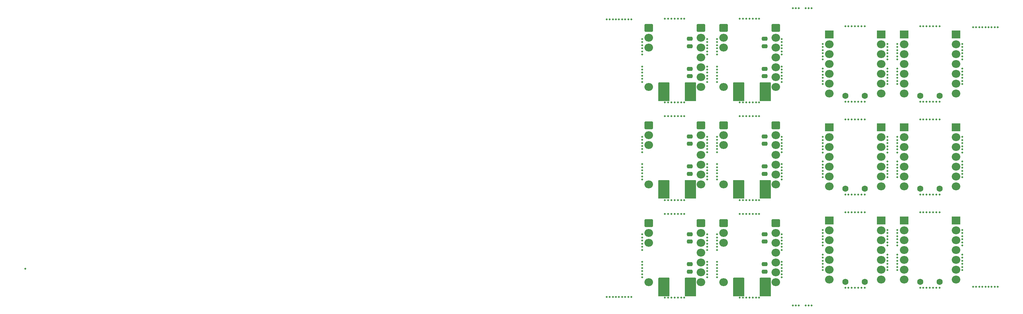
<source format=gbr>
%TF.GenerationSoftware,KiCad,Pcbnew,8.0.4*%
%TF.CreationDate,2024-09-16T10:23:00-03:00*%
%TF.ProjectId,drivers_panelized,64726976-6572-4735-9f70-616e656c697a,rev?*%
%TF.SameCoordinates,Original*%
%TF.FileFunction,Soldermask,Bot*%
%TF.FilePolarity,Negative*%
%FSLAX46Y46*%
G04 Gerber Fmt 4.6, Leading zero omitted, Abs format (unit mm)*
G04 Created by KiCad (PCBNEW 8.0.4) date 2024-09-16 10:23:00*
%MOMM*%
%LPD*%
G01*
G04 APERTURE LIST*
G04 Aperture macros list*
%AMRoundRect*
0 Rectangle with rounded corners*
0 $1 Rounding radius*
0 $2 $3 $4 $5 $6 $7 $8 $9 X,Y pos of 4 corners*
0 Add a 4 corners polygon primitive as box body*
4,1,4,$2,$3,$4,$5,$6,$7,$8,$9,$2,$3,0*
0 Add four circle primitives for the rounded corners*
1,1,$1+$1,$2,$3*
1,1,$1+$1,$4,$5*
1,1,$1+$1,$6,$7*
1,1,$1+$1,$8,$9*
0 Add four rect primitives between the rounded corners*
20,1,$1+$1,$2,$3,$4,$5,0*
20,1,$1+$1,$4,$5,$6,$7,0*
20,1,$1+$1,$6,$7,$8,$9,0*
20,1,$1+$1,$8,$9,$2,$3,0*%
G04 Aperture macros list end*
%ADD10C,0.500000*%
%ADD11C,1.600000*%
%ADD12RoundRect,0.250000X0.850000X0.750000X-0.850000X0.750000X-0.850000X-0.750000X0.850000X-0.750000X0*%
%ADD13O,2.200000X2.000000*%
%ADD14RoundRect,0.250000X0.475000X-0.250000X0.475000X0.250000X-0.475000X0.250000X-0.475000X-0.250000X0*%
%ADD15R,2.200000X2.000000*%
G04 APERTURE END LIST*
D10*
%TO.C,KiKit_MB_29_4*%
X156150000Y-108066667D03*
%TD*%
%TO.C,KiKit_MB_25_6*%
X101300000Y-113733333D03*
%TD*%
%TO.C,KiKit_MB_16_2*%
X118000000Y-96400000D03*
%TD*%
%TO.C,KiKit_MB_14_5*%
X101300000Y-96400000D03*
%TD*%
%TO.C,KiKit_MB_37_10*%
X97700000Y-58266667D03*
%TD*%
%TO.C,KiKit_MB_10_1*%
X183800000Y-70933333D03*
%TD*%
%TO.C,KiKit_MB_25_4*%
X147800000Y-114200000D03*
%TD*%
%TO.C,KiKit_MB_9_2*%
X183800000Y-65400001D03*
%TD*%
%TO.C,KiKit_MB_3_1*%
X164500000Y-64600001D03*
%TD*%
%TO.C,KiKit_MB_37_4*%
X92900000Y-58266667D03*
%TD*%
%TO.C,KiKit_MB_24_6*%
X127283333Y-104866667D03*
%TD*%
%TO.C,KiKit_MB_11_2*%
X173783333Y-60066667D03*
%TD*%
%TO.C,KiKit_MB_27_5*%
X164500000Y-115800000D03*
%TD*%
%TO.C,KiKit_MB_30_7*%
X153650000Y-127466667D03*
%TD*%
%TO.C,KiKit_MB_16_6*%
X118000000Y-99600000D03*
%TD*%
%TO.C,KiKit_MB_29_1*%
X153650000Y-108066667D03*
%TD*%
%TO.C,KiKit_MB_18_7*%
X107150000Y-104866667D03*
%TD*%
%TO.C,KiKit_MB_30_2*%
X111316666Y-130066667D03*
%TD*%
%TO.C,KiKit_MB_35_2*%
X127283333Y-108466667D03*
%TD*%
%TO.C,KiKit_MB_26_5*%
X147800000Y-119733333D03*
%TD*%
%TO.C,KiKit_MB_27_5*%
X118000000Y-116933333D03*
%TD*%
%TO.C,KiKit_MB_11_7*%
X177950000Y-60066667D03*
%TD*%
%TO.C,KiKit_MB_4_1*%
X118000000Y-70400000D03*
%TD*%
%TO.C,KiKit_MB_31_2*%
X120600000Y-116933333D03*
%TD*%
%TO.C,KiKit_MB_18_5*%
X155316667Y-103466667D03*
%TD*%
%TO.C,KiKit_MB_16_1*%
X164500000Y-94933333D03*
%TD*%
%TO.C,KiKit_MB_14_3*%
X101300000Y-98000000D03*
%TD*%
%TO.C,KiKit_MB_12_7*%
X126450000Y-79666667D03*
%TD*%
%TO.C,KiKit_MB_38_10*%
X97700000Y-129866667D03*
%TD*%
%TO.C,KiKit_MB_32_3*%
X167100000Y-121333333D03*
%TD*%
%TO.C,KiKit_MB_40_5*%
X189800000Y-127266667D03*
%TD*%
%TO.C,KiKit_MB_12_2*%
X130616666Y-79666667D03*
%TD*%
%TO.C,KiKit_MB_32_6*%
X167100000Y-118933333D03*
%TD*%
%TO.C,KiKit_MB_8_6*%
X167100000Y-70933333D03*
%TD*%
D11*
%TO.C,C3*%
X158700000Y-77966667D03*
X153700000Y-77966667D03*
%TD*%
D10*
%TO.C,KiKit_MB_15_6*%
X118000000Y-92533333D03*
%TD*%
%TO.C,KiKit_MB_7_4*%
X167100000Y-66200001D03*
%TD*%
D11*
%TO.C,C3*%
X178000000Y-101966667D03*
X173000000Y-101966667D03*
%TD*%
D10*
%TO.C,KiKit_MB_37_7*%
X95300000Y-58266667D03*
%TD*%
%TO.C,KiKit_MB_28_5*%
X118000000Y-124000000D03*
%TD*%
%TO.C,KiKit_MB_30_4*%
X109650000Y-130066667D03*
%TD*%
%TO.C,KiKit_MB_13_3*%
X101300000Y-90933333D03*
%TD*%
%TO.C,KiKit_MB_8_3*%
X167100000Y-73333333D03*
%TD*%
%TO.C,KiKit_MB_40_7*%
X191400000Y-127266667D03*
%TD*%
%TO.C,KiKit_MB_40_4*%
X189000000Y-127266667D03*
%TD*%
%TO.C,KiKit_MB_4_2*%
X164500000Y-71733333D03*
%TD*%
%TO.C,KiKit_MB_23_1*%
X172950000Y-84066667D03*
%TD*%
%TO.C,KiKit_MB_6_5*%
X108816667Y-79666667D03*
%TD*%
%TO.C,KiKit_MB_3_2*%
X164500000Y-65400001D03*
%TD*%
%TO.C,KiKit_MB_3_6*%
X164500000Y-68600001D03*
%TD*%
%TO.C,KiKit_MB_34_3*%
X183800000Y-120533333D03*
%TD*%
%TO.C,KiKit_MB_29_3*%
X155316667Y-108066667D03*
%TD*%
%TO.C,KiKit_MB_11_2*%
X127283333Y-58066667D03*
%TD*%
%TO.C,KiKit_MB_6_7*%
X153650000Y-79466667D03*
%TD*%
%TO.C,KiKit_MB_14_3*%
X147800000Y-97333333D03*
%TD*%
%TO.C,KiKit_MB_20_3*%
X120600000Y-98000000D03*
%TD*%
%TO.C,KiKit_MB_6_4*%
X156150000Y-79466667D03*
%TD*%
%TO.C,KiKit_MB_35_5*%
X129783333Y-108466667D03*
%TD*%
%TO.C,KiKit_MB_21_3*%
X137300000Y-90133333D03*
%TD*%
%TO.C,KiKit_MB_10_4*%
X137300000Y-72800000D03*
%TD*%
%TO.C,KiKit_MB_33_3*%
X183800000Y-114200000D03*
%TD*%
%TO.C,KiKit_MB_5_7*%
X158650000Y-60066667D03*
%TD*%
%TO.C,KiKit_MB_8_1*%
X167100000Y-74933333D03*
%TD*%
%TO.C,KiKit_MB_13_5*%
X147800000Y-89400000D03*
%TD*%
%TO.C,KiKit_MB_22_1*%
X183800000Y-94933333D03*
%TD*%
%TO.C,KiKit_MB_18_3*%
X110483333Y-104866667D03*
%TD*%
%TO.C,KiKit_MB_19_2*%
X120600000Y-91733333D03*
%TD*%
%TO.C,KiKit_MB_17_6*%
X111316666Y-83266667D03*
%TD*%
%TO.C,KiKit_MB_23_7*%
X131450000Y-83266667D03*
%TD*%
%TO.C,KiKit_MB_27_2*%
X164500000Y-113400000D03*
%TD*%
%TO.C,KiKit_MB_9_5*%
X183800000Y-67800001D03*
%TD*%
%TO.C,KiKit_MB_39_7*%
X191400000Y-60266667D03*
%TD*%
%TO.C,KiKit_MB_5_4*%
X156150000Y-60066667D03*
%TD*%
%TO.C,KiKit_MB_26_6*%
X147800000Y-118933333D03*
%TD*%
%TO.C,KiKit_MB_20_6*%
X167100000Y-94933333D03*
%TD*%
%TO.C,KiKit_MB_28_6*%
X118000000Y-124800000D03*
%TD*%
%TO.C,KiKit_MB_7_3*%
X120600000Y-65733334D03*
%TD*%
%TO.C,KiKit_MB_6_3*%
X156983333Y-79466667D03*
%TD*%
%TO.C,KiKit_MB_26_3*%
X147800000Y-121333333D03*
%TD*%
%TO.C,KiKit_MB_3_4*%
X164500000Y-67000001D03*
%TD*%
%TO.C,KiKit_MB_16_4*%
X118000000Y-98000000D03*
%TD*%
%TO.C,KiKit_MB_26_3*%
X101300000Y-123200000D03*
%TD*%
%TO.C,KiKit_MB_27_6*%
X118000000Y-117733333D03*
%TD*%
%TO.C,KiKit_MB_12_1*%
X131450000Y-79666667D03*
%TD*%
%TO.C,KiKit_MB_23_3*%
X174616666Y-84066667D03*
%TD*%
%TO.C,KiKit_MB_22_2*%
X183800000Y-95733333D03*
%TD*%
%TO.C,KiKit_MB_36_2*%
X177116666Y-127466667D03*
%TD*%
%TO.C,KiKit_MB_25_3*%
X101300000Y-116133333D03*
%TD*%
%TO.C,KiKit_MB_31_5*%
X120600000Y-114533333D03*
%TD*%
%TO.C,KiKit_MB_19_6*%
X167100000Y-88600000D03*
%TD*%
%TO.C,KiKit_MB_8_3*%
X120600000Y-72800000D03*
%TD*%
%TO.C,KiKit_MB_38_5*%
X93700000Y-129866667D03*
%TD*%
%TO.C,KiKit_MB_5_3*%
X155316667Y-60066667D03*
%TD*%
%TO.C,KiKit_MB_13_2*%
X147800000Y-91800000D03*
%TD*%
%TO.C,KiKit_MB_24_2*%
X130616666Y-104866667D03*
%TD*%
%TO.C,KiKit_MB_1_3*%
X101300000Y-65733334D03*
%TD*%
%TO.C,KiKit_MB_10_4*%
X183800000Y-73333333D03*
%TD*%
%TO.C,KiKit_MB_32_5*%
X167100000Y-119733333D03*
%TD*%
%TO.C,KiKit_MB_19_1*%
X167100000Y-92600000D03*
%TD*%
%TO.C,KiKit_MB_36_3*%
X176283333Y-127466667D03*
%TD*%
%TO.C,KiKit_MB_39_2*%
X187400000Y-60266667D03*
%TD*%
%TO.C,KiKit_MB_38_3*%
X92100000Y-129866667D03*
%TD*%
%TO.C,KiKit_MB_30_3*%
X110483333Y-130066667D03*
%TD*%
%TO.C,KiKit_MB_16_5*%
X118000000Y-98800000D03*
%TD*%
%TO.C,KiKit_MB_11_7*%
X131450000Y-58066667D03*
%TD*%
%TO.C,KiKit_MB_28_1*%
X164500000Y-118933333D03*
%TD*%
%TO.C,KiKit_MB_8_5*%
X120600000Y-71200000D03*
%TD*%
%TO.C,KiKit_MB_33_4*%
X137300000Y-116133333D03*
%TD*%
%TO.C,KiKit_MB_32_4*%
X120600000Y-122400000D03*
%TD*%
%TO.C,KiKit_MB_29_7*%
X112150000Y-108466667D03*
%TD*%
%TO.C,KiKit_MB_34_1*%
X137300000Y-120800000D03*
%TD*%
%TO.C,KiKit_MB_40_6*%
X190600000Y-127266667D03*
%TD*%
%TO.C,KiKit_MB_22_4*%
X137300000Y-98000000D03*
%TD*%
%TO.C,KiKit_MB_40_3*%
X188200000Y-127266667D03*
%TD*%
%TO.C,KiKit_MB_27_4*%
X164500000Y-115000000D03*
%TD*%
%TO.C,KiKit_MB_27_3*%
X118000000Y-115333333D03*
%TD*%
%TO.C,KiKit_MB_2_6*%
X101300000Y-70400000D03*
%TD*%
%TO.C,KiKit_MB_40_1*%
X186600000Y-127266667D03*
%TD*%
%TO.C,KiKit_MB_28_2*%
X164500000Y-119733333D03*
%TD*%
%TO.C,KiKit_MB_23_3*%
X128116666Y-83266667D03*
%TD*%
%TO.C,KiKit_MB_14_2*%
X147800000Y-98133333D03*
%TD*%
%TO.C,KiKit_MB_32_3*%
X120600000Y-123200000D03*
%TD*%
%TO.C,KiKit_MB_2_3*%
X101300000Y-72800000D03*
%TD*%
%TO.C,KiKit_MB_5_2*%
X154483334Y-60066667D03*
%TD*%
%TO.C,KiKit_MB_18_7*%
X153650000Y-103466667D03*
%TD*%
%TO.C,KiKit_MB_6_6*%
X154483334Y-79466667D03*
%TD*%
%TO.C,KiKit_MB_39_9*%
X193000000Y-60266667D03*
%TD*%
%TO.C,KiKit_MB_4_1*%
X164500000Y-70933333D03*
%TD*%
%TO.C,KiKit_MB_36_3*%
X129783333Y-130066667D03*
%TD*%
%TO.C,KiKit_MB_13_1*%
X147800000Y-92600000D03*
%TD*%
%TO.C,KiKit_MB_26_4*%
X147800000Y-120533333D03*
%TD*%
%TO.C,KiKit_MB_40_3*%
X141700000Y-55400000D03*
%TD*%
%TO.C,KiKit_MB_24_1*%
X177950000Y-103466667D03*
%TD*%
%TO.C,KiKit_MB_28_4*%
X164500000Y-121333333D03*
%TD*%
%TO.C,KiKit_MB_10_1*%
X137300000Y-70400000D03*
%TD*%
%TO.C,KiKit_MB_19_5*%
X167100000Y-89400000D03*
%TD*%
%TO.C,KiKit_MB_32_1*%
X120600000Y-124800000D03*
%TD*%
%TO.C,KiKit_MB_11_4*%
X128950000Y-58066667D03*
%TD*%
%TO.C,KiKit_MB_25_5*%
X101300000Y-114533333D03*
%TD*%
%TO.C,KiKit_MB_9_6*%
X183800000Y-68600001D03*
%TD*%
%TO.C,KiKit_MB_40_9*%
X143400000Y-132100000D03*
%TD*%
%TO.C,KiKit_MB_31_4*%
X120600000Y-115333333D03*
%TD*%
%TO.C,KiKit_MB_22_2*%
X137300000Y-96400000D03*
%TD*%
%TO.C,KiKit_MB_26_6*%
X101300000Y-120800000D03*
%TD*%
%TO.C,KiKit_MB_4_6*%
X118000000Y-74400000D03*
%TD*%
%TO.C,KiKit_MB_27_2*%
X118000000Y-114533333D03*
%TD*%
%TO.C,KiKit_MB_10_2*%
X183800000Y-71733333D03*
%TD*%
%TO.C,KiKit_MB_11_6*%
X130616666Y-58066667D03*
%TD*%
%TO.C,KiKit_MB_31_2*%
X167100000Y-115800000D03*
%TD*%
%TO.C,KiKit_MB_12_3*%
X129783333Y-79666667D03*
%TD*%
%TO.C,KiKit_MB_33_1*%
X183800000Y-112600000D03*
%TD*%
%TO.C,KiKit_MB_18_3*%
X156983333Y-103466667D03*
%TD*%
%TO.C,KiKit_MB_33_1*%
X137300000Y-113733333D03*
%TD*%
%TO.C,KiKit_MB_29_3*%
X108816667Y-108466667D03*
%TD*%
%TO.C,KiKit_MB_33_6*%
X137300000Y-117733333D03*
%TD*%
%TO.C,KiKit_MB_8_4*%
X120600000Y-72000000D03*
%TD*%
%TO.C,KiKit_MB_20_5*%
X120600000Y-96400000D03*
%TD*%
%TO.C,KiKit_MB_2_1*%
X101300000Y-74400000D03*
%TD*%
%TO.C,KiKit_MB_38_8*%
X96100000Y-129866667D03*
%TD*%
%TO.C,KiKit_MB_3_3*%
X118000000Y-64933334D03*
%TD*%
%TO.C,KiKit_MB_13_2*%
X101300000Y-91733333D03*
%TD*%
%TO.C,KiKit_MB_20_1*%
X120600000Y-99600000D03*
%TD*%
%TO.C,KiKit_MB_26_1*%
X101300000Y-124800000D03*
%TD*%
%TO.C,KiKit_MB_37_5*%
X93700000Y-58266667D03*
%TD*%
D11*
%TO.C,C3*%
X178000000Y-77966667D03*
X173000000Y-77966667D03*
%TD*%
%TO.C,C3*%
X158700000Y-125966667D03*
X153700000Y-125966667D03*
%TD*%
D10*
%TO.C,KiKit_MB_2_2*%
X101300000Y-73600000D03*
%TD*%
%TO.C,KiKit_MB_33_5*%
X183800000Y-115800000D03*
%TD*%
%TO.C,KiKit_MB_13_1*%
X101300000Y-92533333D03*
%TD*%
%TO.C,KiKit_MB_39_5*%
X189800000Y-60266667D03*
%TD*%
%TO.C,KiKit_MB_36_1*%
X131450000Y-130066667D03*
%TD*%
%TO.C,KiKit_MB_12_2*%
X177116666Y-79466667D03*
%TD*%
%TO.C,KiKit_MB_9_3*%
X183800000Y-66200001D03*
%TD*%
%TO.C,KiKit_MB_31_4*%
X167100000Y-114200000D03*
%TD*%
%TO.C,KiKit_MB_25_1*%
X101300000Y-117733333D03*
%TD*%
%TO.C,KiKit_MB_2_3*%
X147800000Y-73333333D03*
%TD*%
%TO.C,KiKit_MB_1_5*%
X101300000Y-64133334D03*
%TD*%
%TO.C,KiKit_MB_4_5*%
X118000000Y-73600000D03*
%TD*%
%TO.C,KiKit_MB_16_2*%
X164500000Y-95733333D03*
%TD*%
%TO.C,KiKit_MB_19_6*%
X120600000Y-88533333D03*
%TD*%
%TO.C,KiKit_MB_22_5*%
X137300000Y-98800000D03*
%TD*%
%TO.C,KiKit_MB_5_2*%
X107983334Y-58066667D03*
%TD*%
%TO.C,KiKit_MB_40_11*%
X145000000Y-132100000D03*
%TD*%
%TO.C,KiKit_MB_33_5*%
X137300000Y-116933333D03*
%TD*%
%TO.C,KiKit_MB_33_3*%
X137300000Y-115333333D03*
%TD*%
%TO.C,KiKit_MB_21_1*%
X183800000Y-88600000D03*
%TD*%
%TO.C,KiKit_MB_29_2*%
X107983334Y-108466667D03*
%TD*%
%TO.C,KiKit_MB_6_2*%
X157816666Y-79466667D03*
%TD*%
%TO.C,KiKit_MB_34_6*%
X183800000Y-122933333D03*
%TD*%
%TO.C,KiKit_MB_32_6*%
X120600000Y-120800000D03*
%TD*%
%TO.C,KiKit_MB_40_2*%
X187400000Y-127266667D03*
%TD*%
%TO.C,KiKit_MB_20_1*%
X167100000Y-98933333D03*
%TD*%
%TO.C,KiKit_MB_23_4*%
X175450000Y-84066667D03*
%TD*%
%TO.C,KiKit_MB_12_1*%
X177950000Y-79466667D03*
%TD*%
%TO.C,KiKit_MB_13_6*%
X101300000Y-88533333D03*
%TD*%
%TO.C,KiKit_MB_8_2*%
X167100000Y-74133333D03*
%TD*%
%TO.C,KiKit_MB_35_3*%
X174616666Y-108066667D03*
%TD*%
%TO.C,KiKit_MB_13_6*%
X147800000Y-88600000D03*
%TD*%
%TO.C,KiKit_MB_18_1*%
X112150000Y-104866667D03*
%TD*%
%TO.C,KiKit_MB_21_1*%
X137300000Y-88533333D03*
%TD*%
%TO.C,KiKit_MB_14_1*%
X101300000Y-99600000D03*
%TD*%
%TO.C,KiKit_MB_30_3*%
X156983333Y-127466667D03*
%TD*%
%TO.C,KiKit_MB_40_1*%
X140100000Y-55400000D03*
%TD*%
%TO.C,KiKit_MB_21_2*%
X183800000Y-89400000D03*
%TD*%
%TO.C,KiKit_MB_33_2*%
X183800000Y-113400000D03*
%TD*%
%TO.C,KiKit_MB_40_9*%
X143400000Y-55400000D03*
%TD*%
%TO.C,KiKit_MB_22_3*%
X183800000Y-96533333D03*
%TD*%
%TO.C,KiKit_MB_24_5*%
X174616666Y-103466667D03*
%TD*%
%TO.C,KiKit_MB_28_1*%
X118000000Y-120800000D03*
%TD*%
%TO.C,KiKit_MB_4_3*%
X118000000Y-72000000D03*
%TD*%
%TO.C,KiKit_MB_9_5*%
X137300000Y-66533334D03*
%TD*%
%TO.C,KiKit_MB_17_7*%
X112150000Y-83266667D03*
%TD*%
%TO.C,KiKit_MB_17_1*%
X107150000Y-83266667D03*
%TD*%
%TO.C,KiKit_MB_8_4*%
X167100000Y-72533333D03*
%TD*%
%TO.C,KiKit_MB_23_5*%
X176283333Y-84066667D03*
%TD*%
%TO.C,KiKit_MB_30_4*%
X156150000Y-127466667D03*
%TD*%
%TO.C,KiKit_MB_35_6*%
X130616666Y-108466667D03*
%TD*%
%TO.C,KiKit_MB_35_4*%
X175450000Y-108066667D03*
%TD*%
%TO.C,KiKit_MB_15_2*%
X118000000Y-89333333D03*
%TD*%
%TO.C,KiKit_MB_31_3*%
X120600000Y-116133333D03*
%TD*%
%TO.C,KiKit_MB_31_6*%
X167100000Y-112600000D03*
%TD*%
%TO.C,KiKit_MB_1_6*%
X147800000Y-64600001D03*
%TD*%
%TO.C,KiKit_MB_18_1*%
X158650000Y-103466667D03*
%TD*%
%TO.C,KiKit_MB_30_2*%
X157816666Y-127466667D03*
%TD*%
%TO.C,KiKit_MB_20_3*%
X167100000Y-97333333D03*
%TD*%
%TO.C,KiKit_MB_19_5*%
X120600000Y-89333333D03*
%TD*%
%TO.C,KiKit_MB_29_1*%
X107150000Y-108466667D03*
%TD*%
%TO.C,KiKit_MB_16_6*%
X164500000Y-98933333D03*
%TD*%
%TO.C,KiKit_MB_15_5*%
X164500000Y-91800000D03*
%TD*%
%TO.C,KiKit_MB_9_3*%
X137300000Y-64933334D03*
%TD*%
%TO.C,KiKit_MB_18_6*%
X107983334Y-104866667D03*
%TD*%
%TO.C,KiKit_MB_4_5*%
X164500000Y-74133333D03*
%TD*%
%TO.C,KiKit_MB_7_4*%
X120600000Y-64933334D03*
%TD*%
%TO.C,KiKit_MB_15_3*%
X164500000Y-90200000D03*
%TD*%
%TO.C,KiKit_MB_14_4*%
X101300000Y-97200000D03*
%TD*%
%TO.C,KiKit_MB_5_5*%
X110483333Y-58066667D03*
%TD*%
%TO.C,KiKit_MB_28_4*%
X118000000Y-123200000D03*
%TD*%
%TO.C,KiKit_MB_34_4*%
X137300000Y-123200000D03*
%TD*%
%TO.C,KiKit_MB_28_6*%
X164500000Y-122933333D03*
%TD*%
%TO.C,KiKit_MB_26_1*%
X147800000Y-122933333D03*
%TD*%
%TO.C,KiKit_MB_29_4*%
X109650000Y-108466667D03*
%TD*%
%TO.C,KiKit_MB_33_2*%
X137300000Y-114533333D03*
%TD*%
%TO.C,KiKit_MB_23_5*%
X129783333Y-83266667D03*
%TD*%
%TO.C,KiKit_MB_23_4*%
X128950000Y-83266667D03*
%TD*%
%TO.C,KiKit_MB_24_5*%
X128116666Y-104866667D03*
%TD*%
%TO.C,KiKit_MB_23_2*%
X173783333Y-84066667D03*
%TD*%
%TO.C,KiKit_MB_34_3*%
X137300000Y-122400000D03*
%TD*%
%TO.C,KiKit_MB_30_1*%
X158650000Y-127466667D03*
%TD*%
%TO.C,KiKit_MB_5_6*%
X157816666Y-60066667D03*
%TD*%
%TO.C,KiKit_MB_39_6*%
X190600000Y-60266667D03*
%TD*%
%TO.C,KiKit_MB_4_2*%
X118000000Y-71200000D03*
%TD*%
%TO.C,KiKit_MB_30_1*%
X112150000Y-130066667D03*
%TD*%
%TO.C,KiKit_MB_9_2*%
X137300000Y-64133334D03*
%TD*%
%TO.C,KiKit_MB_3_3*%
X164500000Y-66200001D03*
%TD*%
%TO.C,KiKit_MB_32_2*%
X167100000Y-122133333D03*
%TD*%
%TO.C,KiKit_MB_9_1*%
X137300000Y-63333334D03*
%TD*%
%TO.C,KiKit_MB_40_2*%
X140900000Y-55400000D03*
%TD*%
%TO.C,KiKit_MB_30_6*%
X154483334Y-127466667D03*
%TD*%
%TO.C,KiKit_MB_21_3*%
X183800000Y-90200000D03*
%TD*%
%TO.C,KiKit_MB_24_3*%
X129783333Y-104866667D03*
%TD*%
%TO.C,KiKit_MB_40_11*%
X145000000Y-55400000D03*
%TD*%
%TO.C,KiKit_MB_33_6*%
X183800000Y-116600000D03*
%TD*%
%TO.C,KiKit_MB_23_1*%
X126450000Y-83266667D03*
%TD*%
%TO.C,KiKit_MB_6_7*%
X107150000Y-79666667D03*
%TD*%
%TO.C,KiKit_MB_28_3*%
X164500000Y-120533333D03*
%TD*%
%TO.C,KiKit_MB_2_2*%
X147800000Y-74133333D03*
%TD*%
%TO.C,KiKit_MB_29_7*%
X158650000Y-108066667D03*
%TD*%
%TO.C,KiKit_MB_25_4*%
X101300000Y-115333333D03*
%TD*%
%TO.C,KiKit_MB_19_4*%
X167100000Y-90200000D03*
%TD*%
%TO.C,KiKit_MB_8_5*%
X167100000Y-71733333D03*
%TD*%
%TO.C,KiKit_MB_11_3*%
X128116666Y-58066667D03*
%TD*%
%TO.C,KiKit_MB_29_6*%
X111316666Y-108466667D03*
%TD*%
%TO.C,KiKit_MB_30_5*%
X108816667Y-130066667D03*
%TD*%
%TO.C,KiKit_MB_21_2*%
X137300000Y-89333333D03*
%TD*%
%TO.C,KiKit_MB_22_1*%
X137300000Y-95600000D03*
%TD*%
%TO.C,KiKit_MB_14_4*%
X147800000Y-96533333D03*
%TD*%
%TO.C,KiKit_MB_31_1*%
X120600000Y-117733333D03*
%TD*%
%TO.C,KiKit_MB_5_4*%
X109650000Y-58066667D03*
%TD*%
%TO.C,KiKit_MB_9_6*%
X137300000Y-67333334D03*
%TD*%
%TO.C,KiKit_MB_12_6*%
X127283333Y-79666667D03*
%TD*%
%TO.C,KiKit_MB_22_6*%
X183800000Y-98933333D03*
%TD*%
%TO.C,KiKit_MB_17_4*%
X156150000Y-84066667D03*
%TD*%
%TO.C,KiKit_MB_13_5*%
X101300000Y-89333333D03*
%TD*%
%TO.C,KiKit_MB_39_3*%
X188200000Y-60266667D03*
%TD*%
%TO.C,KiKit_MB_37_6*%
X94500000Y-58266667D03*
%TD*%
%TO.C,KiKit_MB_1_3*%
X147800000Y-67000001D03*
%TD*%
%TO.C,KiKit_MB_3_4*%
X118000000Y-65733334D03*
%TD*%
%TO.C,KiKit_MB_39_8*%
X192200000Y-60266667D03*
%TD*%
%TO.C,KiKit_MB_7_2*%
X167100000Y-67800001D03*
%TD*%
%TO.C,KiKit_MB_29_5*%
X110483333Y-108466667D03*
%TD*%
%TO.C,KiKit_MB_10_6*%
X183800000Y-74933333D03*
%TD*%
%TO.C,KiKit_MB_30_7*%
X107150000Y-130066667D03*
%TD*%
%TO.C,KiKit_MB_11_5*%
X129783333Y-58066667D03*
%TD*%
%TO.C,KiKit_MB_19_3*%
X167100000Y-91000000D03*
%TD*%
%TO.C,KiKit_MB_26_4*%
X101300000Y-122400000D03*
%TD*%
%TO.C,KiKit_MB_8_1*%
X120600000Y-74400000D03*
%TD*%
%TO.C,KiKit_MB_21_6*%
X183800000Y-92600000D03*
%TD*%
%TO.C,KiKit_MB_39_1*%
X186600000Y-60266667D03*
%TD*%
%TO.C,KiKit_MB_25_6*%
X147800000Y-112600000D03*
%TD*%
%TO.C,KiKit_MB_1_5*%
X147800000Y-65400001D03*
%TD*%
%TO.C,KiKit_MB_30_5*%
X155316667Y-127466667D03*
%TD*%
%TO.C,KiKit_MB_16_4*%
X164500000Y-97333333D03*
%TD*%
%TO.C,KiKit_MB_15_6*%
X164500000Y-92600000D03*
%TD*%
%TO.C,KiKit_MB_17_2*%
X107983334Y-83266667D03*
%TD*%
%TO.C,KiKit_MB_16_5*%
X164500000Y-98133333D03*
%TD*%
%TO.C,KiKit_MB_5_1*%
X107150000Y-58066667D03*
%TD*%
%TO.C,KiKit_MB_17_3*%
X108816667Y-83266667D03*
%TD*%
%TO.C,KiKit_MB_40_9*%
X193000000Y-127266667D03*
%TD*%
%TO.C,KiKit_MB_36_2*%
X130616666Y-130066667D03*
%TD*%
%TO.C,KiKit_MB_22_5*%
X183800000Y-98133333D03*
%TD*%
%TO.C,KiKit_MB_17_3*%
X155316667Y-84066667D03*
%TD*%
%TO.C,KiKit_MB_2_5*%
X101300000Y-71200000D03*
%TD*%
%TO.C,KiKit_MB_11_3*%
X174616666Y-60066667D03*
%TD*%
%TO.C,KiKit_MB_10_5*%
X137300000Y-73600000D03*
%TD*%
%TO.C,KiKit_MB_27_3*%
X164500000Y-114200000D03*
%TD*%
%TO.C,KiKit_MB_7_1*%
X167100000Y-68600001D03*
%TD*%
%TO.C,KiKit_MB_37_8*%
X96100000Y-58266667D03*
%TD*%
%TO.C,KiKit_MB_18_2*%
X111316666Y-104866667D03*
%TD*%
%TO.C,KiKit_MB_31_5*%
X167100000Y-113400000D03*
%TD*%
%TO.C,KiKit_MB_31_3*%
X167100000Y-115000000D03*
%TD*%
%TO.C,KiKit_MB_29_2*%
X154483334Y-108066667D03*
%TD*%
%TO.C,KiKit_MB_20_4*%
X120600000Y-97200000D03*
%TD*%
%TO.C,KiKit_MB_35_6*%
X177116666Y-108066667D03*
%TD*%
%TO.C,KiKit_MB_31_6*%
X120600000Y-113733333D03*
%TD*%
%TO.C,KiKit_MB_36_6*%
X173783333Y-127466667D03*
%TD*%
%TO.C,KiKit_MB_18_4*%
X156150000Y-103466667D03*
%TD*%
%TO.C,KiKit_MB_21_5*%
X183800000Y-91800000D03*
%TD*%
%TO.C,KiKit_MB_18_4*%
X109650000Y-104866667D03*
%TD*%
%TO.C,KiKit_MB_11_4*%
X175450000Y-60066667D03*
%TD*%
%TO.C,KiKit_MB_15_2*%
X164500000Y-89400000D03*
%TD*%
%TO.C,KiKit_MB_35_5*%
X176283333Y-108066667D03*
%TD*%
%TO.C,KiKit_MB_1_1*%
X101300000Y-67333334D03*
%TD*%
%TO.C,KiKit_MB_20_5*%
X167100000Y-95733333D03*
%TD*%
%TO.C,KiKit_MB_38_11*%
X98500000Y-129866667D03*
%TD*%
%TO.C,KiKit_MB_22_6*%
X137300000Y-99600000D03*
%TD*%
%TO.C,KiKit_MB_20_2*%
X167100000Y-98133333D03*
%TD*%
%TO.C,KiKit_MB_15_5*%
X118000000Y-91733333D03*
%TD*%
%TO.C,KiKit_MB_9_4*%
X137300000Y-65733334D03*
%TD*%
%TO.C,KiKit_MB_5_7*%
X112150000Y-58066667D03*
%TD*%
%TO.C,KiKit_MB_36_4*%
X128950000Y-130066667D03*
%TD*%
%TO.C,KiKit_MB_24_4*%
X128950000Y-104866667D03*
%TD*%
%TO.C,KiKit_MB_3_6*%
X118000000Y-67333334D03*
%TD*%
%TO.C,KiKit_MB_34_5*%
X183800000Y-122133333D03*
%TD*%
%TO.C,KiKit_MB_28_3*%
X118000000Y-122400000D03*
%TD*%
%TO.C,KiKit_MB_15_4*%
X164500000Y-91000000D03*
%TD*%
%TO.C,KiKit_MB_13_4*%
X101300000Y-90133333D03*
%TD*%
%TO.C,KiKit_MB_15_4*%
X118000000Y-90933333D03*
%TD*%
D11*
%TO.C,C3*%
X178000000Y-125966667D03*
X173000000Y-125966667D03*
%TD*%
D10*
%TO.C,KiKit_MB_22_3*%
X137300000Y-97200000D03*
%TD*%
%TO.C,KiKit_MB_24_2*%
X177116666Y-103466667D03*
%TD*%
%TO.C,KiKit_MB_35_3*%
X128116666Y-108466667D03*
%TD*%
%TO.C,KiKit_MB_18_5*%
X108816667Y-104866667D03*
%TD*%
%TO.C,KiKit_MB_30_6*%
X107983334Y-130066667D03*
%TD*%
%TO.C,KiKit_MB_12_4*%
X175450000Y-79466667D03*
%TD*%
%TO.C,KiKit_MB_6_1*%
X158650000Y-79466667D03*
%TD*%
%TO.C,KiKit_MB_11_1*%
X126450000Y-58066667D03*
%TD*%
%TO.C,KiKit_MB_29_6*%
X157816666Y-108066667D03*
%TD*%
%TO.C,KiKit_MB_13_4*%
X147800000Y-90200000D03*
%TD*%
%TO.C,KiKit_MB_17_6*%
X157816666Y-84066667D03*
%TD*%
%TO.C,KiKit_MB_4_3*%
X164500000Y-72533333D03*
%TD*%
%TO.C,KiKit_MB_26_2*%
X147800000Y-122133333D03*
%TD*%
%TO.C,KiKit_MB_2_1*%
X147800000Y-74933333D03*
%TD*%
%TO.C,KiKit_MB_32_5*%
X120600000Y-121600000D03*
%TD*%
%TO.C,KiKit_MB_15_1*%
X118000000Y-88533333D03*
%TD*%
%TO.C,KiKit_MB_36_5*%
X128116666Y-130066667D03*
%TD*%
%TO.C,KiKit_MB_40_10*%
X144200000Y-55400000D03*
%TD*%
%TO.C,KiKit_MB_21_4*%
X183800000Y-91000000D03*
%TD*%
%TO.C,KiKit_MB_14_5*%
X147800000Y-95733333D03*
%TD*%
%TO.C,KiKit_MB_27_4*%
X118000000Y-116133333D03*
%TD*%
%TO.C,KiKit_MB_23_7*%
X177950000Y-84066667D03*
%TD*%
%TO.C,KiKit_MB_39_4*%
X189000000Y-60266667D03*
%TD*%
%TO.C,KiKit_MB_11_5*%
X176283333Y-60066667D03*
%TD*%
%TO.C,KiKit_MB_6_2*%
X111316666Y-79666667D03*
%TD*%
%TO.C,KiKit_MB_8_6*%
X120600000Y-70400000D03*
%TD*%
%TO.C,KiKit_MB_38_7*%
X95300000Y-129866667D03*
%TD*%
%TO.C,KiKit_MB_2_4*%
X101300000Y-72000000D03*
%TD*%
%TO.C,KiKit_MB_12_5*%
X128116666Y-79666667D03*
%TD*%
%TO.C,KiKit_MB_12_5*%
X174616666Y-79466667D03*
%TD*%
%TO.C,KiKit_MB_26_2*%
X101300000Y-124000000D03*
%TD*%
%TO.C,KiKit_MB_25_2*%
X147800000Y-115800000D03*
%TD*%
%TO.C,KiKit_MB_14_1*%
X147800000Y-98933333D03*
%TD*%
%TO.C,KiKit_MB_36_1*%
X177950000Y-127466667D03*
%TD*%
%TO.C,KiKit_MB_37_11*%
X98500000Y-58266667D03*
%TD*%
%TO.C,KiKit_MB_27_1*%
X118000000Y-113733333D03*
%TD*%
%TO.C,KiKit_MB_36_6*%
X127283333Y-130066667D03*
%TD*%
%TO.C,KiKit_MB_6_5*%
X155316667Y-79466667D03*
%TD*%
%TO.C,KiKit_MB_22_4*%
X183800000Y-97333333D03*
%TD*%
%TO.C,KiKit_MB_16_3*%
X164500000Y-96533333D03*
%TD*%
%TO.C,KiKit_MB_24_7*%
X126450000Y-104866667D03*
%TD*%
%TO.C,KiKit_MB_38_9*%
X96900000Y-129866667D03*
%TD*%
%TO.C,KiKit_MB_1_2*%
X101300000Y-66533334D03*
%TD*%
%TO.C,KiKit_MB_20_2*%
X120600000Y-98800000D03*
%TD*%
%TO.C,KiKit_MB_27_6*%
X164500000Y-116600000D03*
%TD*%
%TO.C,KiKit_MB_24_3*%
X176283333Y-103466667D03*
%TD*%
%TO.C,KiKit_MB_6_6*%
X107983334Y-79666667D03*
%TD*%
%TO.C,KiKit_MB_4_6*%
X164500000Y-74933333D03*
%TD*%
%TO.C,KiKit_MB_29_5*%
X156983333Y-108066667D03*
%TD*%
%TO.C,KiKit_MB_11_1*%
X172950000Y-60066667D03*
%TD*%
%TO.C,KiKit_MB_40_8*%
X192200000Y-127266667D03*
%TD*%
%TO.C,KiKit_MB_10_5*%
X183800000Y-74133333D03*
%TD*%
%TO.C,KiKit_MB_15_1*%
X164500000Y-88600000D03*
%TD*%
%TO.C,KiKit_MB_7_2*%
X120600000Y-66533334D03*
%TD*%
%TO.C,KiKit_MB_26_5*%
X101300000Y-121600000D03*
%TD*%
%TO.C,KiKit_MB_5_1*%
X153650000Y-60066667D03*
%TD*%
%TO.C,KiKit_MB_24_1*%
X131450000Y-104866667D03*
%TD*%
%TO.C,KiKit_MB_20_6*%
X120600000Y-95600000D03*
%TD*%
%TO.C,KiKit_MB_25_2*%
X101300000Y-116933333D03*
%TD*%
%TO.C,KiKit_MB_34_1*%
X183800000Y-118933333D03*
%TD*%
%TO.C,KiKit_MB_7_6*%
X120600000Y-63333334D03*
%TD*%
%TO.C,KiKit_MB_7_5*%
X120600000Y-64133334D03*
%TD*%
%TO.C,KiKit_MB_34_5*%
X137300000Y-124000000D03*
%TD*%
%TO.C,KiKit_MB_34_4*%
X183800000Y-121333333D03*
%TD*%
%TO.C,KiKit_MB_21_6*%
X137300000Y-92533333D03*
%TD*%
%TO.C,KiKit_MB_28_5*%
X164500000Y-122133333D03*
%TD*%
D11*
%TO.C,C3*%
X158700000Y-101966667D03*
X153700000Y-101966667D03*
%TD*%
D10*
%TO.C,KiKit_MB_7_1*%
X120600000Y-67333334D03*
%TD*%
%TO.C,KiKit_MB_18_6*%
X154483334Y-103466667D03*
%TD*%
%TO.C,KiKit_MB_40_6*%
X-57800000Y-122566667D03*
%TD*%
%TO.C,KiKit_MB_25_1*%
X147800000Y-116600000D03*
%TD*%
%TO.C,KiKit_MB_10_2*%
X137300000Y-71200000D03*
%TD*%
%TO.C,KiKit_MB_35_7*%
X131450000Y-108466667D03*
%TD*%
%TO.C,KiKit_MB_1_2*%
X147800000Y-67800001D03*
%TD*%
%TO.C,KiKit_MB_10_6*%
X137300000Y-74400000D03*
%TD*%
%TO.C,KiKit_MB_17_5*%
X110483333Y-83266667D03*
%TD*%
%TO.C,KiKit_MB_4_4*%
X118000000Y-72800000D03*
%TD*%
%TO.C,KiKit_MB_17_1*%
X153650000Y-84066667D03*
%TD*%
%TO.C,KiKit_MB_36_7*%
X172950000Y-127466667D03*
%TD*%
%TO.C,KiKit_MB_10_3*%
X137300000Y-72000000D03*
%TD*%
%TO.C,KiKit_MB_32_1*%
X167100000Y-122933333D03*
%TD*%
%TO.C,KiKit_MB_2_5*%
X147800000Y-71733333D03*
%TD*%
%TO.C,KiKit_MB_19_4*%
X120600000Y-90133333D03*
%TD*%
%TO.C,KiKit_MB_35_7*%
X177950000Y-108066667D03*
%TD*%
%TO.C,KiKit_MB_4_4*%
X164500000Y-73333333D03*
%TD*%
%TO.C,KiKit_MB_21_5*%
X137300000Y-91733333D03*
%TD*%
%TO.C,KiKit_MB_32_4*%
X167100000Y-120533333D03*
%TD*%
%TO.C,KiKit_MB_36_4*%
X175450000Y-127466667D03*
%TD*%
%TO.C,KiKit_MB_10_3*%
X183800000Y-72533333D03*
%TD*%
%TO.C,KiKit_MB_17_7*%
X158650000Y-84066667D03*
%TD*%
%TO.C,KiKit_MB_16_1*%
X118000000Y-95600000D03*
%TD*%
%TO.C,KiKit_MB_14_6*%
X147800000Y-94933333D03*
%TD*%
%TO.C,KiKit_MB_13_3*%
X147800000Y-91000000D03*
%TD*%
%TO.C,KiKit_MB_8_2*%
X120600000Y-73600000D03*
%TD*%
%TO.C,KiKit_MB_27_1*%
X164500000Y-112600000D03*
%TD*%
%TO.C,KiKit_MB_34_2*%
X183800000Y-119733333D03*
%TD*%
%TO.C,KiKit_MB_16_3*%
X118000000Y-97200000D03*
%TD*%
%TO.C,KiKit_MB_9_1*%
X183800000Y-64600001D03*
%TD*%
%TO.C,KiKit_MB_20_4*%
X167100000Y-96533333D03*
%TD*%
%TO.C,KiKit_MB_9_4*%
X183800000Y-67000001D03*
%TD*%
%TO.C,KiKit_MB_23_2*%
X127283333Y-83266667D03*
%TD*%
%TO.C,KiKit_MB_6_1*%
X112150000Y-79666667D03*
%TD*%
%TO.C,KiKit_MB_33_4*%
X183800000Y-115000000D03*
%TD*%
%TO.C,KiKit_MB_7_3*%
X167100000Y-67000001D03*
%TD*%
%TO.C,KiKit_MB_12_6*%
X173783333Y-79466667D03*
%TD*%
%TO.C,KiKit_MB_36_7*%
X126450000Y-130066667D03*
%TD*%
%TO.C,KiKit_MB_3_5*%
X164500000Y-67800001D03*
%TD*%
%TO.C,KiKit_MB_17_2*%
X154483334Y-84066667D03*
%TD*%
%TO.C,KiKit_MB_24_6*%
X173783333Y-103466667D03*
%TD*%
%TO.C,KiKit_MB_34_6*%
X137300000Y-124800000D03*
%TD*%
%TO.C,KiKit_MB_12_3*%
X176283333Y-79466667D03*
%TD*%
%TO.C,KiKit_MB_36_5*%
X174616666Y-127466667D03*
%TD*%
%TO.C,KiKit_MB_2_4*%
X147800000Y-72533333D03*
%TD*%
%TO.C,KiKit_MB_40_1*%
X140100000Y-132100000D03*
%TD*%
%TO.C,KiKit_MB_18_2*%
X157816666Y-103466667D03*
%TD*%
%TO.C,KiKit_MB_5_6*%
X111316666Y-58066667D03*
%TD*%
%TO.C,KiKit_MB_3_1*%
X118000000Y-63333334D03*
%TD*%
%TO.C,KiKit_MB_35_1*%
X126450000Y-108466667D03*
%TD*%
%TO.C,KiKit_MB_12_4*%
X128950000Y-79666667D03*
%TD*%
%TO.C,KiKit_MB_38_6*%
X94500000Y-129866667D03*
%TD*%
%TO.C,KiKit_MB_40_3*%
X141700000Y-132100000D03*
%TD*%
%TO.C,KiKit_MB_37_9*%
X96900000Y-58266667D03*
%TD*%
%TO.C,KiKit_MB_38_4*%
X92900000Y-129866667D03*
%TD*%
%TO.C,KiKit_MB_1_4*%
X101300000Y-64933334D03*
%TD*%
%TO.C,KiKit_MB_1_1*%
X147800000Y-68600001D03*
%TD*%
%TO.C,KiKit_MB_25_3*%
X147800000Y-115000000D03*
%TD*%
%TO.C,KiKit_MB_14_6*%
X101300000Y-95600000D03*
%TD*%
%TO.C,KiKit_MB_40_2*%
X140900000Y-132100000D03*
%TD*%
%TO.C,KiKit_MB_17_5*%
X156983333Y-84066667D03*
%TD*%
%TO.C,KiKit_MB_7_6*%
X167100000Y-64600001D03*
%TD*%
%TO.C,KiKit_MB_11_6*%
X177116666Y-60066667D03*
%TD*%
%TO.C,KiKit_MB_31_1*%
X167100000Y-116600000D03*
%TD*%
%TO.C,KiKit_MB_1_6*%
X101300000Y-63333334D03*
%TD*%
%TO.C,KiKit_MB_14_2*%
X101300000Y-98800000D03*
%TD*%
%TO.C,KiKit_MB_19_3*%
X120600000Y-90933333D03*
%TD*%
%TO.C,KiKit_MB_6_4*%
X109650000Y-79666667D03*
%TD*%
%TO.C,KiKit_MB_32_2*%
X120600000Y-124000000D03*
%TD*%
%TO.C,KiKit_MB_19_1*%
X120600000Y-92533333D03*
%TD*%
%TO.C,KiKit_MB_7_5*%
X167100000Y-65400001D03*
%TD*%
%TO.C,KiKit_MB_1_4*%
X147800000Y-66200001D03*
%TD*%
%TO.C,KiKit_MB_23_6*%
X130616666Y-83266667D03*
%TD*%
%TO.C,KiKit_MB_17_4*%
X109650000Y-83266667D03*
%TD*%
%TO.C,KiKit_MB_5_3*%
X108816667Y-58066667D03*
%TD*%
%TO.C,KiKit_MB_35_2*%
X173783333Y-108066667D03*
%TD*%
%TO.C,KiKit_MB_40_10*%
X144200000Y-132100000D03*
%TD*%
%TO.C,KiKit_MB_23_6*%
X177116666Y-84066667D03*
%TD*%
%TO.C,KiKit_MB_6_3*%
X110483333Y-79666667D03*
%TD*%
%TO.C,KiKit_MB_2_6*%
X147800000Y-70933333D03*
%TD*%
%TO.C,KiKit_MB_12_7*%
X172950000Y-79466667D03*
%TD*%
%TO.C,KiKit_MB_24_4*%
X175450000Y-103466667D03*
%TD*%
%TO.C,KiKit_MB_21_4*%
X137300000Y-90933333D03*
%TD*%
%TO.C,KiKit_MB_35_1*%
X172950000Y-108066667D03*
%TD*%
%TO.C,KiKit_MB_37_3*%
X92100000Y-58266667D03*
%TD*%
%TO.C,KiKit_MB_28_2*%
X118000000Y-121600000D03*
%TD*%
%TO.C,KiKit_MB_19_2*%
X167100000Y-91800000D03*
%TD*%
%TO.C,KiKit_MB_3_5*%
X118000000Y-66533334D03*
%TD*%
%TO.C,KiKit_MB_25_5*%
X147800000Y-113400000D03*
%TD*%
%TO.C,KiKit_MB_24_7*%
X172950000Y-103466667D03*
%TD*%
%TO.C,KiKit_MB_5_5*%
X156983333Y-60066667D03*
%TD*%
%TO.C,KiKit_MB_35_4*%
X128950000Y-108466667D03*
%TD*%
%TO.C,KiKit_MB_15_3*%
X118000000Y-90133333D03*
%TD*%
%TO.C,KiKit_MB_34_2*%
X137300000Y-121600000D03*
%TD*%
%TO.C,KiKit_MB_3_2*%
X118000000Y-64133334D03*
%TD*%
D12*
%TO.C,J1*%
X103000000Y-60416667D03*
D13*
X103000000Y-62956667D03*
X103000000Y-65496667D03*
X103000000Y-75656667D03*
%TD*%
D14*
%TO.C,C2*%
X113550000Y-123316667D03*
X113550000Y-121416667D03*
%TD*%
D15*
%TO.C,J1*%
X149500000Y-62126667D03*
D13*
X149500000Y-64666667D03*
X149500000Y-67206667D03*
X149500000Y-69746667D03*
X149500000Y-72286667D03*
X149500000Y-74826667D03*
X149500000Y-77366667D03*
%TD*%
D14*
%TO.C,C2*%
X132850000Y-123316667D03*
X132850000Y-121416667D03*
%TD*%
D15*
%TO.C,J1*%
X168800000Y-62126667D03*
D13*
X168800000Y-64666667D03*
X168800000Y-67206667D03*
X168800000Y-69746667D03*
X168800000Y-72286667D03*
X168800000Y-74826667D03*
X168800000Y-77366667D03*
%TD*%
D12*
%TO.C,J2*%
X135700000Y-85616667D03*
D13*
X135700000Y-88156667D03*
X135700000Y-90696667D03*
X135700000Y-93236667D03*
X135700000Y-95776667D03*
X135700000Y-98316667D03*
X135700000Y-100856667D03*
%TD*%
D12*
%TO.C,J1*%
X122300000Y-60416667D03*
D13*
X122300000Y-62956667D03*
X122300000Y-65496667D03*
X122300000Y-75656667D03*
%TD*%
D14*
%TO.C,C2*%
X113550000Y-72916667D03*
X113550000Y-71016667D03*
%TD*%
%TO.C,C2*%
X132850000Y-72916667D03*
X132850000Y-71016667D03*
%TD*%
%TO.C,C2*%
X113550000Y-98116667D03*
X113550000Y-96216667D03*
%TD*%
D12*
%TO.C,J1*%
X122300000Y-85616667D03*
D13*
X122300000Y-88156667D03*
X122300000Y-90696667D03*
X122300000Y-100856667D03*
%TD*%
D15*
%TO.C,J1*%
X168800000Y-86126667D03*
D13*
X168800000Y-88666667D03*
X168800000Y-91206667D03*
X168800000Y-93746667D03*
X168800000Y-96286667D03*
X168800000Y-98826667D03*
X168800000Y-101366667D03*
%TD*%
D12*
%TO.C,J2*%
X135700000Y-60416667D03*
D13*
X135700000Y-62956667D03*
X135700000Y-65496667D03*
X135700000Y-68036667D03*
X135700000Y-70576667D03*
X135700000Y-73116667D03*
X135700000Y-75656667D03*
%TD*%
D15*
%TO.C,J2*%
X162890000Y-110126667D03*
D13*
X162890000Y-112666667D03*
X162890000Y-115206667D03*
X162890000Y-117746667D03*
X162890000Y-120286667D03*
X162890000Y-122826667D03*
X162890000Y-125366667D03*
%TD*%
D15*
%TO.C,J2*%
X162890000Y-86126667D03*
D13*
X162890000Y-88666667D03*
X162890000Y-91206667D03*
X162890000Y-93746667D03*
X162890000Y-96286667D03*
X162890000Y-98826667D03*
X162890000Y-101366667D03*
%TD*%
D14*
%TO.C,C2*%
X132850000Y-98116667D03*
X132850000Y-96216667D03*
%TD*%
D12*
%TO.C,J1*%
X103000000Y-85616667D03*
D13*
X103000000Y-88156667D03*
X103000000Y-90696667D03*
X103000000Y-100856667D03*
%TD*%
D15*
%TO.C,J2*%
X182190000Y-110126667D03*
D13*
X182190000Y-112666667D03*
X182190000Y-115206667D03*
X182190000Y-117746667D03*
X182190000Y-120286667D03*
X182190000Y-122826667D03*
X182190000Y-125366667D03*
%TD*%
D12*
%TO.C,J1*%
X122300000Y-110816667D03*
D13*
X122300000Y-113356667D03*
X122300000Y-115896667D03*
X122300000Y-126056667D03*
%TD*%
D14*
%TO.C,C1*%
X132850000Y-115566667D03*
X132850000Y-113666667D03*
%TD*%
D15*
%TO.C,J1*%
X168800000Y-110126667D03*
D13*
X168800000Y-112666667D03*
X168800000Y-115206667D03*
X168800000Y-117746667D03*
X168800000Y-120286667D03*
X168800000Y-122826667D03*
X168800000Y-125366667D03*
%TD*%
D14*
%TO.C,C1*%
X113550000Y-65166667D03*
X113550000Y-63266667D03*
%TD*%
D15*
%TO.C,J2*%
X182190000Y-86126667D03*
D13*
X182190000Y-88666667D03*
X182190000Y-91206667D03*
X182190000Y-93746667D03*
X182190000Y-96286667D03*
X182190000Y-98826667D03*
X182190000Y-101366667D03*
%TD*%
D12*
%TO.C,J2*%
X116400000Y-60416667D03*
D13*
X116400000Y-62956667D03*
X116400000Y-65496667D03*
X116400000Y-68036667D03*
X116400000Y-70576667D03*
X116400000Y-73116667D03*
X116400000Y-75656667D03*
%TD*%
D12*
%TO.C,J2*%
X116400000Y-110816667D03*
D13*
X116400000Y-113356667D03*
X116400000Y-115896667D03*
X116400000Y-118436667D03*
X116400000Y-120976667D03*
X116400000Y-123516667D03*
X116400000Y-126056667D03*
%TD*%
D14*
%TO.C,C1*%
X113550000Y-115566667D03*
X113550000Y-113666667D03*
%TD*%
D12*
%TO.C,J1*%
X103000000Y-110816667D03*
D13*
X103000000Y-113356667D03*
X103000000Y-115896667D03*
X103000000Y-126056667D03*
%TD*%
D15*
%TO.C,J1*%
X149500000Y-86126667D03*
D13*
X149500000Y-88666667D03*
X149500000Y-91206667D03*
X149500000Y-93746667D03*
X149500000Y-96286667D03*
X149500000Y-98826667D03*
X149500000Y-101366667D03*
%TD*%
D15*
%TO.C,J1*%
X149500000Y-110126667D03*
D13*
X149500000Y-112666667D03*
X149500000Y-115206667D03*
X149500000Y-117746667D03*
X149500000Y-120286667D03*
X149500000Y-122826667D03*
X149500000Y-125366667D03*
%TD*%
D14*
%TO.C,C1*%
X132850000Y-90366667D03*
X132850000Y-88466667D03*
%TD*%
%TO.C,C1*%
X113550000Y-90366667D03*
X113550000Y-88466667D03*
%TD*%
D15*
%TO.C,J2*%
X182190000Y-62126667D03*
D13*
X182190000Y-64666667D03*
X182190000Y-67206667D03*
X182190000Y-69746667D03*
X182190000Y-72286667D03*
X182190000Y-74826667D03*
X182190000Y-77366667D03*
%TD*%
D12*
%TO.C,J2*%
X135700000Y-110816667D03*
D13*
X135700000Y-113356667D03*
X135700000Y-115896667D03*
X135700000Y-118436667D03*
X135700000Y-120976667D03*
X135700000Y-123516667D03*
X135700000Y-126056667D03*
%TD*%
D15*
%TO.C,J2*%
X162890000Y-62126667D03*
D13*
X162890000Y-64666667D03*
X162890000Y-67206667D03*
X162890000Y-69746667D03*
X162890000Y-72286667D03*
X162890000Y-74826667D03*
X162890000Y-77366667D03*
%TD*%
D12*
%TO.C,J2*%
X116400000Y-85616667D03*
D13*
X116400000Y-88156667D03*
X116400000Y-90696667D03*
X116400000Y-93236667D03*
X116400000Y-95776667D03*
X116400000Y-98316667D03*
X116400000Y-100856667D03*
%TD*%
D14*
%TO.C,C1*%
X132850000Y-65166667D03*
X132850000Y-63266667D03*
%TD*%
G36*
X115093039Y-74536352D02*
G01*
X115138794Y-74589156D01*
X115150000Y-74640667D01*
X115150000Y-79192667D01*
X115130315Y-79259706D01*
X115077511Y-79305461D01*
X115026000Y-79316667D01*
X112424000Y-79316667D01*
X112356961Y-79296982D01*
X112311206Y-79244178D01*
X112300000Y-79192667D01*
X112300000Y-74640667D01*
X112319685Y-74573628D01*
X112372489Y-74527873D01*
X112424000Y-74516667D01*
X115026000Y-74516667D01*
X115093039Y-74536352D01*
G37*
G36*
X127543039Y-74536352D02*
G01*
X127588794Y-74589156D01*
X127600000Y-74640667D01*
X127600000Y-79192667D01*
X127580315Y-79259706D01*
X127527511Y-79305461D01*
X127476000Y-79316667D01*
X124874000Y-79316667D01*
X124806961Y-79296982D01*
X124761206Y-79244178D01*
X124750000Y-79192667D01*
X124750000Y-74640667D01*
X124769685Y-74573628D01*
X124822489Y-74527873D01*
X124874000Y-74516667D01*
X127476000Y-74516667D01*
X127543039Y-74536352D01*
G37*
G36*
X127543039Y-99736352D02*
G01*
X127588794Y-99789156D01*
X127600000Y-99840667D01*
X127600000Y-104392667D01*
X127580315Y-104459706D01*
X127527511Y-104505461D01*
X127476000Y-104516667D01*
X124874000Y-104516667D01*
X124806961Y-104496982D01*
X124761206Y-104444178D01*
X124750000Y-104392667D01*
X124750000Y-99840667D01*
X124769685Y-99773628D01*
X124822489Y-99727873D01*
X124874000Y-99716667D01*
X127476000Y-99716667D01*
X127543039Y-99736352D01*
G37*
G36*
X127543039Y-124936352D02*
G01*
X127588794Y-124989156D01*
X127600000Y-125040667D01*
X127600000Y-129592667D01*
X127580315Y-129659706D01*
X127527511Y-129705461D01*
X127476000Y-129716667D01*
X124874000Y-129716667D01*
X124806961Y-129696982D01*
X124761206Y-129644178D01*
X124750000Y-129592667D01*
X124750000Y-125040667D01*
X124769685Y-124973628D01*
X124822489Y-124927873D01*
X124874000Y-124916667D01*
X127476000Y-124916667D01*
X127543039Y-124936352D01*
G37*
G36*
X115093039Y-124936352D02*
G01*
X115138794Y-124989156D01*
X115150000Y-125040667D01*
X115150000Y-129592667D01*
X115130315Y-129659706D01*
X115077511Y-129705461D01*
X115026000Y-129716667D01*
X112424000Y-129716667D01*
X112356961Y-129696982D01*
X112311206Y-129644178D01*
X112300000Y-129592667D01*
X112300000Y-125040667D01*
X112319685Y-124973628D01*
X112372489Y-124927873D01*
X112424000Y-124916667D01*
X115026000Y-124916667D01*
X115093039Y-124936352D01*
G37*
G36*
X115093039Y-99736352D02*
G01*
X115138794Y-99789156D01*
X115150000Y-99840667D01*
X115150000Y-104392667D01*
X115130315Y-104459706D01*
X115077511Y-104505461D01*
X115026000Y-104516667D01*
X112424000Y-104516667D01*
X112356961Y-104496982D01*
X112311206Y-104444178D01*
X112300000Y-104392667D01*
X112300000Y-99840667D01*
X112319685Y-99773628D01*
X112372489Y-99727873D01*
X112424000Y-99716667D01*
X115026000Y-99716667D01*
X115093039Y-99736352D01*
G37*
G36*
X108243039Y-124936352D02*
G01*
X108288794Y-124989156D01*
X108300000Y-125040667D01*
X108300000Y-129592667D01*
X108280315Y-129659706D01*
X108227511Y-129705461D01*
X108176000Y-129716667D01*
X105574000Y-129716667D01*
X105506961Y-129696982D01*
X105461206Y-129644178D01*
X105450000Y-129592667D01*
X105450000Y-125040667D01*
X105469685Y-124973628D01*
X105522489Y-124927873D01*
X105574000Y-124916667D01*
X108176000Y-124916667D01*
X108243039Y-124936352D01*
G37*
G36*
X134393039Y-124936352D02*
G01*
X134438794Y-124989156D01*
X134450000Y-125040667D01*
X134450000Y-129592667D01*
X134430315Y-129659706D01*
X134377511Y-129705461D01*
X134326000Y-129716667D01*
X131724000Y-129716667D01*
X131656961Y-129696982D01*
X131611206Y-129644178D01*
X131600000Y-129592667D01*
X131600000Y-125040667D01*
X131619685Y-124973628D01*
X131672489Y-124927873D01*
X131724000Y-124916667D01*
X134326000Y-124916667D01*
X134393039Y-124936352D01*
G37*
G36*
X134393039Y-99736352D02*
G01*
X134438794Y-99789156D01*
X134450000Y-99840667D01*
X134450000Y-104392667D01*
X134430315Y-104459706D01*
X134377511Y-104505461D01*
X134326000Y-104516667D01*
X131724000Y-104516667D01*
X131656961Y-104496982D01*
X131611206Y-104444178D01*
X131600000Y-104392667D01*
X131600000Y-99840667D01*
X131619685Y-99773628D01*
X131672489Y-99727873D01*
X131724000Y-99716667D01*
X134326000Y-99716667D01*
X134393039Y-99736352D01*
G37*
G36*
X108243039Y-99736352D02*
G01*
X108288794Y-99789156D01*
X108300000Y-99840667D01*
X108300000Y-104392667D01*
X108280315Y-104459706D01*
X108227511Y-104505461D01*
X108176000Y-104516667D01*
X105574000Y-104516667D01*
X105506961Y-104496982D01*
X105461206Y-104444178D01*
X105450000Y-104392667D01*
X105450000Y-99840667D01*
X105469685Y-99773628D01*
X105522489Y-99727873D01*
X105574000Y-99716667D01*
X108176000Y-99716667D01*
X108243039Y-99736352D01*
G37*
G36*
X108243039Y-74536352D02*
G01*
X108288794Y-74589156D01*
X108300000Y-74640667D01*
X108300000Y-79192667D01*
X108280315Y-79259706D01*
X108227511Y-79305461D01*
X108176000Y-79316667D01*
X105574000Y-79316667D01*
X105506961Y-79296982D01*
X105461206Y-79244178D01*
X105450000Y-79192667D01*
X105450000Y-74640667D01*
X105469685Y-74573628D01*
X105522489Y-74527873D01*
X105574000Y-74516667D01*
X108176000Y-74516667D01*
X108243039Y-74536352D01*
G37*
G36*
X134393039Y-74536352D02*
G01*
X134438794Y-74589156D01*
X134450000Y-74640667D01*
X134450000Y-79192667D01*
X134430315Y-79259706D01*
X134377511Y-79305461D01*
X134326000Y-79316667D01*
X131724000Y-79316667D01*
X131656961Y-79296982D01*
X131611206Y-79244178D01*
X131600000Y-79192667D01*
X131600000Y-74640667D01*
X131619685Y-74573628D01*
X131672489Y-74527873D01*
X131724000Y-74516667D01*
X134326000Y-74516667D01*
X134393039Y-74536352D01*
G37*
M02*

</source>
